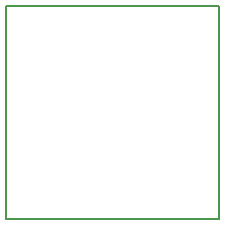
<source format=gbr>
G04 DipTrace 2.4.0.2*
%INBoardOutline.gbr*%
%MOIN*%
%ADD11C,0.0055*%
%FSLAX44Y44*%
G04*
G70*
G90*
G75*
G01*
%LNBoardOutline*%
%LPD*%
X3937Y11024D2*
D11*
X11024D1*
Y3937D1*
X3937D1*
Y11024D1*
M02*

</source>
